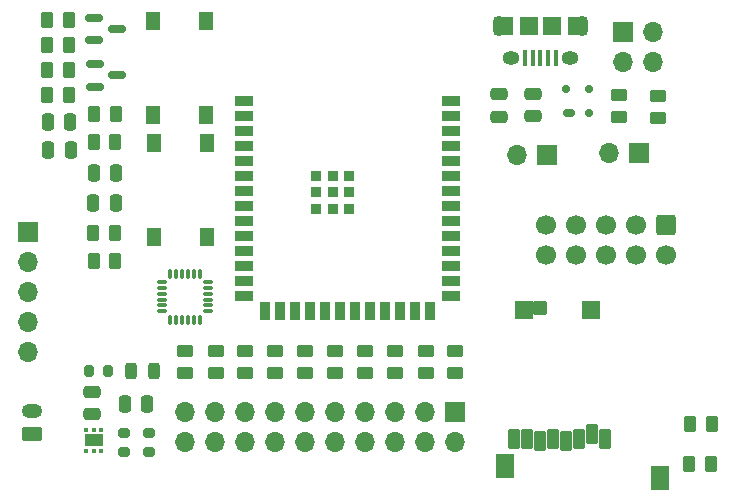
<source format=gts>
G04 #@! TF.GenerationSoftware,KiCad,Pcbnew,8.0.0*
G04 #@! TF.CreationDate,2024-04-09T13:51:30-05:00*
G04 #@! TF.ProjectId,esp32_example,65737033-325f-4657-9861-6d706c652e6b,rev?*
G04 #@! TF.SameCoordinates,Original*
G04 #@! TF.FileFunction,Soldermask,Top*
G04 #@! TF.FilePolarity,Negative*
%FSLAX46Y46*%
G04 Gerber Fmt 4.6, Leading zero omitted, Abs format (unit mm)*
G04 Created by KiCad (PCBNEW 8.0.0) date 2024-04-09 13:51:30*
%MOMM*%
%LPD*%
G01*
G04 APERTURE LIST*
G04 Aperture macros list*
%AMRoundRect*
0 Rectangle with rounded corners*
0 $1 Rounding radius*
0 $2 $3 $4 $5 $6 $7 $8 $9 X,Y pos of 4 corners*
0 Add a 4 corners polygon primitive as box body*
4,1,4,$2,$3,$4,$5,$6,$7,$8,$9,$2,$3,0*
0 Add four circle primitives for the rounded corners*
1,1,$1+$1,$2,$3*
1,1,$1+$1,$4,$5*
1,1,$1+$1,$6,$7*
1,1,$1+$1,$8,$9*
0 Add four rect primitives between the rounded corners*
20,1,$1+$1,$2,$3,$4,$5,0*
20,1,$1+$1,$4,$5,$6,$7,0*
20,1,$1+$1,$6,$7,$8,$9,0*
20,1,$1+$1,$8,$9,$2,$3,0*%
G04 Aperture macros list end*
%ADD10RoundRect,0.250000X0.262500X0.450000X-0.262500X0.450000X-0.262500X-0.450000X0.262500X-0.450000X0*%
%ADD11R,0.400000X1.350000*%
%ADD12O,1.100000X1.750000*%
%ADD13R,1.200000X1.550000*%
%ADD14O,1.450000X1.150000*%
%ADD15R,1.500000X1.550000*%
%ADD16O,1.700000X1.700000*%
%ADD17R,1.700000X1.700000*%
%ADD18RoundRect,0.102000X-0.700000X-0.950000X0.700000X-0.950000X0.700000X0.950000X-0.700000X0.950000X0*%
%ADD19RoundRect,0.102000X-0.400000X-0.750000X0.400000X-0.750000X0.400000X0.750000X-0.400000X0.750000X0*%
%ADD20RoundRect,0.102000X-0.650000X-0.700000X0.650000X-0.700000X0.650000X0.700000X-0.650000X0.700000X0*%
%ADD21RoundRect,0.102000X-0.500000X-0.475000X0.500000X-0.475000X0.500000X0.475000X-0.500000X0.475000X0*%
%ADD22R,1.300000X1.550000*%
%ADD23RoundRect,0.150000X-0.587500X-0.150000X0.587500X-0.150000X0.587500X0.150000X-0.587500X0.150000X0*%
%ADD24RoundRect,0.250000X0.450000X-0.262500X0.450000X0.262500X-0.450000X0.262500X-0.450000X-0.262500X0*%
%ADD25R,1.498600X0.889000*%
%ADD26R,0.889000X1.498600*%
%ADD27R,0.889000X0.889000*%
%ADD28RoundRect,0.150000X0.150000X-0.200000X0.150000X0.200000X-0.150000X0.200000X-0.150000X-0.200000X0*%
%ADD29RoundRect,0.175000X0.325000X-0.175000X0.325000X0.175000X-0.325000X0.175000X-0.325000X-0.175000X0*%
%ADD30RoundRect,0.250000X-0.262500X-0.450000X0.262500X-0.450000X0.262500X0.450000X-0.262500X0.450000X0*%
%ADD31RoundRect,0.250000X0.475000X-0.250000X0.475000X0.250000X-0.475000X0.250000X-0.475000X-0.250000X0*%
%ADD32RoundRect,0.200000X-0.200000X-0.275000X0.200000X-0.275000X0.200000X0.275000X-0.200000X0.275000X0*%
%ADD33RoundRect,0.250000X0.625000X-0.350000X0.625000X0.350000X-0.625000X0.350000X-0.625000X-0.350000X0*%
%ADD34O,1.750000X1.200000*%
%ADD35RoundRect,0.250000X0.250000X0.475000X-0.250000X0.475000X-0.250000X-0.475000X0.250000X-0.475000X0*%
%ADD36RoundRect,0.243750X0.243750X0.456250X-0.243750X0.456250X-0.243750X-0.456250X0.243750X-0.456250X0*%
%ADD37RoundRect,0.093750X0.106250X-0.093750X0.106250X0.093750X-0.106250X0.093750X-0.106250X-0.093750X0*%
%ADD38R,1.600000X1.000000*%
%ADD39RoundRect,0.250000X-0.450000X0.262500X-0.450000X-0.262500X0.450000X-0.262500X0.450000X0.262500X0*%
%ADD40RoundRect,0.200000X-0.275000X0.200000X-0.275000X-0.200000X0.275000X-0.200000X0.275000X0.200000X0*%
%ADD41C,1.700000*%
%ADD42RoundRect,0.250000X-0.600000X0.600000X-0.600000X-0.600000X0.600000X-0.600000X0.600000X0.600000X0*%
%ADD43RoundRect,0.075000X-0.350000X-0.075000X0.350000X-0.075000X0.350000X0.075000X-0.350000X0.075000X0*%
%ADD44RoundRect,0.075000X0.075000X-0.350000X0.075000X0.350000X-0.075000X0.350000X-0.075000X-0.350000X0*%
%ADD45RoundRect,0.200000X0.275000X-0.200000X0.275000X0.200000X-0.275000X0.200000X-0.275000X-0.200000X0*%
%ADD46RoundRect,0.250000X-0.250000X-0.475000X0.250000X-0.475000X0.250000X0.475000X-0.250000X0.475000X0*%
G04 APERTURE END LIST*
D10*
G04 #@! TO.C,R9*
X224595000Y-78850000D03*
X222770000Y-78850000D03*
G04 #@! TD*
D11*
G04 #@! TO.C,J2*
X211450000Y-44460000D03*
X210800000Y-44460000D03*
X210150000Y-44460000D03*
X209500000Y-44460000D03*
X208850000Y-44460000D03*
D12*
X213650000Y-41760000D03*
D13*
X213050000Y-41760000D03*
D14*
X212650000Y-44460000D03*
D15*
X211150000Y-41760000D03*
X209150000Y-41760000D03*
D14*
X207650000Y-44460000D03*
D13*
X207250000Y-41760000D03*
D12*
X206650000Y-41760000D03*
G04 #@! TD*
D16*
G04 #@! TO.C,J9*
X219670000Y-44820000D03*
X217130000Y-44820000D03*
X219670000Y-42280000D03*
D17*
X217130000Y-42280000D03*
G04 #@! TD*
D10*
G04 #@! TO.C,R23*
X224635000Y-75470000D03*
X222810000Y-75470000D03*
G04 #@! TD*
D18*
G04 #@! TO.C,J6*
X220300000Y-79980000D03*
X207150000Y-78980000D03*
D19*
X215640000Y-76690000D03*
X214540000Y-76290000D03*
X213440000Y-76690000D03*
X212340000Y-76890000D03*
X211240000Y-76690000D03*
X210140000Y-76890000D03*
X209040000Y-76690000D03*
X207940000Y-76690000D03*
D20*
X214450000Y-65830000D03*
D21*
X210140000Y-65605000D03*
D20*
X208750000Y-65830000D03*
G04 #@! TD*
D17*
G04 #@! TO.C,J8*
X210670000Y-52690000D03*
D16*
X208130000Y-52690000D03*
G04 #@! TD*
D10*
G04 #@! TO.C,R12*
X174115100Y-59283600D03*
X172290100Y-59283600D03*
G04 #@! TD*
D22*
G04 #@! TO.C,SW2*
X181891600Y-51640400D03*
X181891600Y-59590400D03*
X177391600Y-51640400D03*
X177391600Y-59590400D03*
G04 #@! TD*
D23*
G04 #@! TO.C,Q2*
X172394400Y-44973200D03*
X172394400Y-46873200D03*
X174269400Y-45923200D03*
G04 #@! TD*
D24*
G04 #@! TO.C,R10*
X187706000Y-71118100D03*
X187706000Y-69293100D03*
G04 #@! TD*
D25*
G04 #@! TO.C,U7*
X185052000Y-48105400D03*
X185052000Y-49375400D03*
X185052000Y-50645400D03*
X185052000Y-51915400D03*
X185052000Y-53185400D03*
X185052000Y-54455400D03*
X185052000Y-55725400D03*
X185052000Y-56995400D03*
X185052000Y-58265400D03*
X185052000Y-59535400D03*
X185052000Y-60805400D03*
X185052000Y-62075400D03*
X185052000Y-63345400D03*
X185052000Y-64615400D03*
D26*
X186817000Y-65865400D03*
X188087000Y-65865400D03*
X189357000Y-65865400D03*
X190627000Y-65865400D03*
X191897000Y-65865400D03*
X193167000Y-65865400D03*
X194437000Y-65865400D03*
X195707000Y-65865400D03*
X196977000Y-65865400D03*
X198247000Y-65865400D03*
X199517000Y-65865400D03*
X200787000Y-65865400D03*
D25*
X202552000Y-64615400D03*
X202552000Y-63345400D03*
X202552000Y-62075400D03*
X202552000Y-60805400D03*
X202552000Y-59535400D03*
X202552000Y-58265400D03*
X202552000Y-56995400D03*
X202552000Y-55725400D03*
X202552000Y-54455400D03*
X202552000Y-53185400D03*
X202552000Y-51915400D03*
X202552000Y-50645400D03*
X202552000Y-49375400D03*
X202552000Y-48105400D03*
D27*
X192552000Y-55825400D03*
X192552000Y-54425400D03*
X191152000Y-54425400D03*
X191152000Y-55825400D03*
X191152000Y-57225400D03*
X192552000Y-57225400D03*
X193952000Y-57225400D03*
X193952000Y-55825400D03*
X193952000Y-54425400D03*
G04 #@! TD*
D28*
G04 #@! TO.C,D1*
X212351500Y-47084600D03*
X214251500Y-47084600D03*
X214251500Y-49084600D03*
D29*
X212551500Y-49084600D03*
G04 #@! TD*
D30*
G04 #@! TO.C,R13*
X168378500Y-43332400D03*
X170203500Y-43332400D03*
G04 #@! TD*
D31*
G04 #@! TO.C,C23*
X206660800Y-47515600D03*
X206660800Y-49415600D03*
G04 #@! TD*
G04 #@! TO.C,C24*
X209505600Y-47490200D03*
X209505600Y-49390200D03*
G04 #@! TD*
D24*
G04 #@! TO.C,R5*
X192786000Y-71118100D03*
X192786000Y-69293100D03*
G04 #@! TD*
D10*
G04 #@! TO.C,R17*
X174140500Y-61620400D03*
X172315500Y-61620400D03*
G04 #@! TD*
D32*
G04 #@! TO.C,R22*
X171920400Y-70942200D03*
X173570400Y-70942200D03*
G04 #@! TD*
D33*
G04 #@! TO.C,J1*
X167098800Y-76320400D03*
D34*
X167098800Y-74320400D03*
G04 #@! TD*
D30*
G04 #@! TO.C,R25*
X172315500Y-51562000D03*
X174140500Y-51562000D03*
G04 #@! TD*
D35*
G04 #@! TO.C,C2*
X170342600Y-49911000D03*
X168442600Y-49911000D03*
G04 #@! TD*
D24*
G04 #@! TO.C,R1*
X202946000Y-71092700D03*
X202946000Y-69267700D03*
G04 #@! TD*
D30*
G04 #@! TO.C,R14*
X170203500Y-41224200D03*
X168378500Y-41224200D03*
G04 #@! TD*
D24*
G04 #@! TO.C,R15*
X182651400Y-71118100D03*
X182651400Y-69293100D03*
G04 #@! TD*
D35*
G04 #@! TO.C,C1*
X170393400Y-52247800D03*
X168493400Y-52247800D03*
G04 #@! TD*
D24*
G04 #@! TO.C,R2*
X200431400Y-71092700D03*
X200431400Y-69267700D03*
G04 #@! TD*
D36*
G04 #@! TO.C,D3*
X177391300Y-70967600D03*
X175516300Y-70967600D03*
G04 #@! TD*
D30*
G04 #@! TO.C,R24*
X172366300Y-49174400D03*
X174191300Y-49174400D03*
G04 #@! TD*
D10*
G04 #@! TO.C,R18*
X170203500Y-45440600D03*
X168378500Y-45440600D03*
G04 #@! TD*
D31*
G04 #@! TO.C,C3*
X172212000Y-74635400D03*
X172212000Y-72735400D03*
G04 #@! TD*
D24*
G04 #@! TO.C,R3*
X197840600Y-71092700D03*
X197840600Y-69267700D03*
G04 #@! TD*
D37*
G04 #@! TO.C,U3*
X171674000Y-77695600D03*
X172324000Y-77695600D03*
X172974000Y-77695600D03*
X172974000Y-75920600D03*
X172324000Y-75920600D03*
X171674000Y-75920600D03*
D38*
X172324000Y-76808100D03*
G04 #@! TD*
D24*
G04 #@! TO.C,R4*
X195326000Y-71092700D03*
X195326000Y-69267700D03*
G04 #@! TD*
D17*
G04 #@! TO.C,J4*
X202946000Y-74396600D03*
D16*
X202946000Y-76936600D03*
X200406000Y-74396600D03*
X200406000Y-76936600D03*
X197866000Y-74396600D03*
X197866000Y-76936600D03*
X195326000Y-74396600D03*
X195326000Y-76936600D03*
X192786000Y-74396600D03*
X192786000Y-76936600D03*
X190246000Y-74396600D03*
X190246000Y-76936600D03*
X187706000Y-74396600D03*
X187706000Y-76936600D03*
X185166000Y-74396600D03*
X185166000Y-76936600D03*
X182626000Y-74396600D03*
X182626000Y-76936600D03*
X180086000Y-74396600D03*
X180086000Y-76936600D03*
G04 #@! TD*
D39*
G04 #@! TO.C,R8*
X220080000Y-47677500D03*
X220080000Y-49502500D03*
G04 #@! TD*
G04 #@! TO.C,R6*
X216780000Y-47617500D03*
X216780000Y-49442500D03*
G04 #@! TD*
D40*
G04 #@! TO.C,R21*
X174879000Y-76187800D03*
X174879000Y-77837800D03*
G04 #@! TD*
D41*
G04 #@! TO.C,J7*
X210650000Y-61140000D03*
X210650000Y-58600000D03*
X213190000Y-61140000D03*
X213190000Y-58600000D03*
X215730000Y-61140000D03*
X215730000Y-58600000D03*
X218270000Y-61140000D03*
X218270000Y-58600000D03*
X220810000Y-61140000D03*
D42*
X220810000Y-58600000D03*
G04 #@! TD*
D24*
G04 #@! TO.C,R11*
X185166000Y-71118100D03*
X185166000Y-69293100D03*
G04 #@! TD*
D30*
G04 #@! TO.C,R19*
X168378500Y-47625000D03*
X170203500Y-47625000D03*
G04 #@! TD*
D24*
G04 #@! TO.C,R16*
X180086000Y-71118100D03*
X180086000Y-69293100D03*
G04 #@! TD*
D17*
G04 #@! TO.C,J3*
X166725600Y-59156600D03*
D16*
X166725600Y-61696600D03*
X166725600Y-64236600D03*
X166725600Y-66776600D03*
X166725600Y-69316600D03*
G04 #@! TD*
D43*
G04 #@! TO.C,U1*
X178116400Y-63405000D03*
X178116400Y-63905000D03*
X178116400Y-64405000D03*
X178116400Y-64905000D03*
X178116400Y-65405000D03*
X178116400Y-65905000D03*
D44*
X178816400Y-66605000D03*
X179316400Y-66605000D03*
X179816400Y-66605000D03*
X180316400Y-66605000D03*
X180816400Y-66605000D03*
X181316400Y-66605000D03*
D43*
X182016400Y-65905000D03*
X182016400Y-65405000D03*
X182016400Y-64905000D03*
X182016400Y-64405000D03*
X182016400Y-63905000D03*
X182016400Y-63405000D03*
D44*
X181316400Y-62705000D03*
X180816400Y-62705000D03*
X180316400Y-62705000D03*
X179816400Y-62705000D03*
X179316400Y-62705000D03*
X178816400Y-62705000D03*
G04 #@! TD*
D22*
G04 #@! TO.C,SW1*
X181828000Y-41313200D03*
X181828000Y-49263200D03*
X177328000Y-41313200D03*
X177328000Y-49263200D03*
G04 #@! TD*
D17*
G04 #@! TO.C,J5*
X218525000Y-52480000D03*
D16*
X215985000Y-52480000D03*
G04 #@! TD*
D23*
G04 #@! TO.C,Q3*
X172392100Y-41036200D03*
X172392100Y-42936200D03*
X174267100Y-41986200D03*
G04 #@! TD*
D45*
G04 #@! TO.C,R20*
X177012600Y-77837800D03*
X177012600Y-76187800D03*
G04 #@! TD*
D24*
G04 #@! TO.C,R7*
X190246000Y-71118100D03*
X190246000Y-69293100D03*
G04 #@! TD*
D46*
G04 #@! TO.C,C4*
X174960200Y-73710800D03*
X176860200Y-73710800D03*
G04 #@! TD*
D35*
G04 #@! TO.C,C19*
X174203400Y-56743600D03*
X172303400Y-56743600D03*
G04 #@! TD*
D46*
G04 #@! TO.C,C18*
X172328800Y-54152800D03*
X174228800Y-54152800D03*
G04 #@! TD*
M02*

</source>
